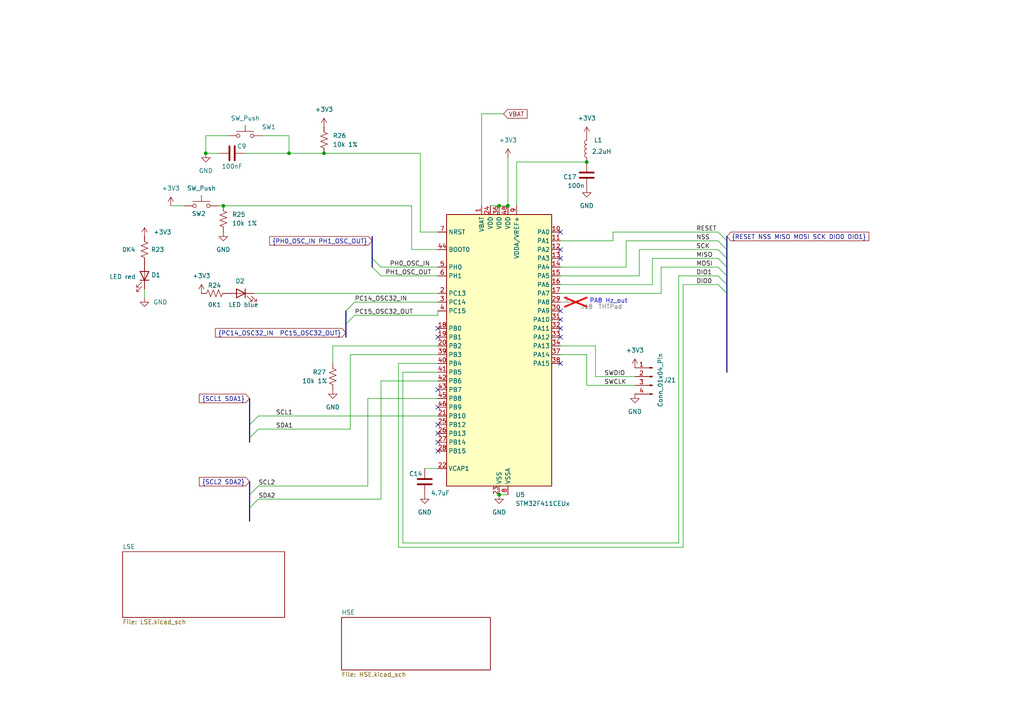
<source format=kicad_sch>
(kicad_sch (version 20250114) (generator "eeschema") (generator_version "9.0")
  (paper "A4")
  (title_block (title "ADCs for 10K thermistors") (date "2025-01-07") (rev "v0.1.1"))
  (lib_symbols
    (symbol "ProjectLib:C" (pin_numbers (hide yes)) (pin_names (offset 0.254))
      (property "Reference" "C" (at 0.635 2.54 0))
      (property "Value" "C" (at 0.635 -2.54 0))
      (symbol "C_0_1"
        (polyline (pts (xy -2.032 0.762) (xy 2.032 0.762)) (stroke (width 0.508)))
        (polyline (pts (xy -2.032 -0.762) (xy 2.032 -0.762)) (stroke (width 0.508)))
      )
      (symbol "C_1_1"
        (pin passive line (at 0 3.81 270) (length 2.794) (name "~") (number "1"))
        (pin passive line (at 0 -3.81 90) (length 2.794) (name "~") (number "2"))
      )
    )
    (symbol "ProjectLib:Conn_01x01_Socket" (pin_names (offset 1.016) (hide yes))
      (property "Reference" "J" (at 0 2.54 0))
      (property "Value" "Conn_01x01_Socket" (at 0 -2.54 0))
      (symbol "Conn_01x01_Socket_1_1"
        (polyline (pts (xy -1.27 0) (xy -0.508 0)) (stroke (width 0.1524)))
        (arc (start 0 -0.508) (mid -0.5058 0) (end 0 0.508) (stroke (width 0.1524)))
        (pin passive line (at -5.08 0 0) (length 3.81) (name "Pin_1") (number "1"))
      )
    )
    (symbol "ProjectLib:Conn_01x04_Pin" (pin_names (offset 1.016) (hide yes))
      (property "Reference" "J" (at 0 5.08 0))
      (property "Value" "Conn_01x04_Pin" (at 0 -7.62 0))
      (symbol "Conn_01x04_Pin_1_1"
        (rectangle (start 0.8636 2.667) (end 0 2.413) (stroke (width 0.1524)) (fill (type outline)))
        (rectangle (start 0.8636 0.127) (end 0 -0.127) (stroke (width 0.1524)) (fill (type outline)))
        (rectangle (start 0.8636 -2.413) (end 0 -2.667) (stroke (width 0.1524)) (fill (type outline)))
        (rectangle (start 0.8636 -4.953) (end 0 -5.207) (stroke (width 0.1524)) (fill (type outline)))
        (polyline (pts (xy 1.27 2.54) (xy 0.8636 2.54)) (stroke (width 0.1524)))
        (polyline (pts (xy 1.27 0) (xy 0.8636 0)) (stroke (width 0.1524)))
        (polyline (pts (xy 1.27 -2.54) (xy 0.8636 -2.54)) (stroke (width 0.1524)))
        (polyline (pts (xy 1.27 -5.08) (xy 0.8636 -5.08)) (stroke (width 0.1524)))
        (pin passive line (at 5.08 2.54 180) (length 3.81) (name "Pin_1") (number "1"))
        (pin passive line (at 5.08 0 180) (length 3.81) (name "Pin_2") (number "2"))
        (pin passive line (at 5.08 -2.54 180) (length 3.81) (name "Pin_3") (number "3"))
        (pin passive line (at 5.08 -5.08 180) (length 3.81) (name "Pin_4") (number "4"))
      )
    )
    (symbol "ProjectLib:L" (pin_numbers (hide yes)) (pin_names (offset 1.016) (hide yes))
      (property "Reference" "L" (at -1.27 0 90))
      (property "Value" "L" (at 1.905 0 90))
      (symbol "L_0_1"
        (arc (start 0 2.54) (mid 0.6323 1.905) (end 0 1.27))
        (arc (start 0 1.27) (mid 0.6323 0.635) (end 0 0))
        (arc (start 0 0) (mid 0.6323 -0.635) (end 0 -1.27))
        (arc (start 0 -1.27) (mid 0.6323 -1.905) (end 0 -2.54))
      )
      (symbol "L_1_1"
        (pin passive line (at 0 3.81 270) (length 1.27) (name "1") (number "1"))
        (pin passive line (at 0 -3.81 90) (length 1.27) (name "2") (number "2"))
      )
    )
    (symbol "ProjectLib:LED" (pin_numbers (hide yes)) (pin_names (offset 1.016) (hide yes))
      (property "Reference" "D" (at 0 2.54 0))
      (property "Value" "LED" (at 0 -2.54 0))
      (symbol "LED_0_1"
        (polyline (pts (xy -3.048 -0.762) (xy -4.572 -2.286) (xy -3.81 -2.286) (xy -4.572 -2.286) (xy -4.572 -1.524)))
        (polyline (pts (xy -1.778 -0.762) (xy -3.302 -2.286) (xy -2.54 -2.286) (xy -3.302 -2.286) (xy -3.302 -1.524)))
        (polyline (pts (xy -1.27 0) (xy 1.27 0)))
        (polyline (pts (xy -1.27 -1.27) (xy -1.27 1.27)) (stroke (width 0.254)))
        (polyline (pts (xy 1.27 -1.27) (xy 1.27 1.27) (xy -1.27 0) (xy 1.27 -1.27)) (stroke (width 0.254)))
      )
      (symbol "LED_1_1"
        (pin passive line (at -3.81 0 0) (length 2.54) (name "K") (number "1"))
        (pin passive line (at 3.81 0 180) (length 2.54) (name "A") (number "2"))
      )
    )
    (symbol "ProjectLib:R_US" (pin_numbers (hide yes)) (pin_names (offset 0))
      (property "Reference" "R" (at 2.54 0 90))
      (property "Value" "R_US" (at -2.54 0 90))
      (symbol "R_US_0_1"
        (polyline (pts (xy 0 2.286) (xy 0 2.54)))
        (polyline (pts (xy 0 2.286) (xy 1.016 1.905) (xy 0 1.524) (xy -1.016 1.143) (xy 0 0.762)))
        (polyline (pts (xy 0 0.762) (xy 1.016 0.381) (xy 0 0) (xy -1.016 -0.381) (xy 0 -0.762)))
        (polyline (pts (xy 0 -0.762) (xy 1.016 -1.143) (xy 0 -1.524) (xy -1.016 -1.905) (xy 0 -2.286)))
        (polyline (pts (xy 0 -2.286) (xy 0 -2.54)))
      )
      (symbol "R_US_1_1"
        (pin passive line (at 0 3.81 270) (length 1.27) (name "~") (number "1"))
        (pin passive line (at 0 -3.81 90) (length 1.27) (name "~") (number "2"))
      )
    )
    (symbol "ProjectLib:STM32F411CEUx"
      (property "Reference" "U" (at -15.24 41.91 0))
      (property "Value" "STM32F411CEUx" (at 7.62 41.91 0))
      (symbol "STM32F411CEUx_0_1"
        (rectangle (start -15.24 -38.1) (end 15.24 40.64) (stroke (width 0.254)) (fill (type background)))
      )
      (symbol "STM32F411CEUx_1_1"
        (pin input line (at -17.78 35.56 0) (length 2.54) (name "NRST") (number "7"))
        (pin input line (at -17.78 30.48 0) (length 2.54) (name "BOOT0") (number "44"))
        (pin bidirectional line (at -17.78 25.4 0) (length 2.54) (name "PH0") (number "5"))
        (pin bidirectional line (at -17.78 22.86 0) (length 2.54) (name "PH1") (number "6"))
        (pin bidirectional line (at -17.78 17.78 0) (length 2.54) (name "PC13") (number "2"))
        (pin bidirectional line (at -17.78 15.24 0) (length 2.54) (name "PC14") (number "3"))
        (pin bidirectional line (at -17.78 12.7 0) (length 2.54) (name "PC15") (number "4"))
        (pin bidirectional line (at -17.78 7.62 0) (length 2.54) (name "PB0") (number "18"))
        (pin bidirectional line (at -17.78 5.08 0) (length 2.54) (name "PB1") (number "19"))
        (pin bidirectional line (at -17.78 2.54 0) (length 2.54) (name "PB2") (number "20"))
        (pin bidirectional line (at -17.78 0 0) (length 2.54) (name "PB3") (number "39"))
        (pin bidirectional line (at -17.78 -2.54 0) (length 2.54) (name "PB4") (number "40"))
        (pin bidirectional line (at -17.78 -5.08 0) (length 2.54) (name "PB5") (number "41"))
        (pin bidirectional line (at -17.78 -7.62 0) (length 2.54) (name "PB6") (number "42"))
        (pin bidirectional line (at -17.78 -10.16 0) (length 2.54) (name "PB7") (number "43"))
        (pin bidirectional line (at -17.78 -12.7 0) (length 2.54) (name "PB8") (number "45"))
        (pin bidirectional line (at -17.78 -15.24 0) (length 2.54) (name "PB9") (number "46"))
        (pin bidirectional line (at -17.78 -17.78 0) (length 2.54) (name "PB10") (number "21"))
        (pin bidirectional line (at -17.78 -20.32 0) (length 2.54) (name "PB12") (number "25"))
        (pin bidirectional line (at -17.78 -22.86 0) (length 2.54) (name "PB13") (number "26"))
        (pin bidirectional line (at -17.78 -25.4 0) (length 2.54) (name "PB14") (number "27"))
        (pin bidirectional line (at -17.78 -27.94 0) (length 2.54) (name "PB15") (number "28"))
        (pin power_out line (at -17.78 -33.02 0) (length 2.54) (name "VCAP1") (number "22"))
        (pin power_in line (at -5.08 43.18 270) (length 2.54) (name "VBAT") (number "1"))
        (pin power_in line (at -2.54 43.18 270) (length 2.54) (name "VDD") (number "24"))
        (pin power_in line (at 0 43.18 270) (length 2.54) (name "VDD") (number "36"))
        (pin power_in line (at 0 -40.64 90) (length 2.54) (name "VSS") (number "23"))
        (pin passive line (at 0 -40.64 90) (length 2.54) (hide yes) (name "VSS") (number "35"))
        (pin passive line (at 0 -40.64 90) (length 2.54) (hide yes) (name "VSS") (number "47"))
        (pin passive line (at 0 -40.64 90) (length 2.54) (hide yes) (name "VSS") (number "49"))
        (pin power_in line (at 2.54 43.18 270) (length 2.54) (name "VDD") (number "48"))
        (pin power_in line (at 2.54 -40.64 90) (length 2.54) (name "VSSA") (number "8"))
        (pin input line (at 5.08 43.18 270) (length 2.54) (name "VDDA/VREF+") (number "9"))
        (pin bidirectional line (at 17.78 35.56 180) (length 2.54) (name "PA0") (number "10"))
        (pin bidirectional line (at 17.78 33.02 180) (length 2.54) (name "PA1") (number "11"))
        (pin bidirectional line (at 17.78 30.48 180) (length 2.54) (name "PA2") (number "12"))
        (pin bidirectional line (at 17.78 27.94 180) (length 2.54) (name "PA3") (number "13"))
        (pin bidirectional line (at 17.78 25.4 180) (length 2.54) (name "PA4") (number "14"))
        (pin bidirectional line (at 17.78 22.86 180) (length 2.54) (name "PA5") (number "15"))
        (pin bidirectional line (at 17.78 20.32 180) (length 2.54) (name "PA6") (number "16"))
        (pin bidirectional line (at 17.78 17.78 180) (length 2.54) (name "PA7") (number "17"))
        (pin bidirectional line (at 17.78 15.24 180) (length 2.54) (name "PA8") (number "29"))
        (pin bidirectional line (at 17.78 12.7 180) (length 2.54) (name "PA9") (number "30"))
        (pin bidirectional line (at 17.78 10.16 180) (length 2.54) (name "PA10") (number "31"))
        (pin bidirectional line (at 17.78 7.62 180) (length 2.54) (name "PA11") (number "32"))
        (pin bidirectional line (at 17.78 5.08 180) (length 2.54) (name "PA12") (number "33"))
        (pin bidirectional line (at 17.78 2.54 180) (length 2.54) (name "PA13") (number "34"))
        (pin bidirectional line (at 17.78 0 180) (length 2.54) (name "PA14") (number "37"))
        (pin bidirectional line (at 17.78 -2.54 180) (length 2.54) (name "PA15") (number "38"))
      )
    )
    (symbol "ProjectLib:SW_Push" (pin_numbers (hide yes)) (pin_names (offset 1.016) (hide yes))
      (property "Reference" "SW" (at 1.27 2.54 0))
      (property "Value" "SW_Push" (at 0 -1.524 0))
      (symbol "SW_Push_0_1"
        (circle (center -2.032 0) (radius 0.508))
        (polyline (pts (xy 0 1.27) (xy 0 3.048)))
        (circle (center 2.032 0) (radius 0.508))
        (polyline (pts (xy 2.54 1.27) (xy -2.54 1.27)))
        (pin passive line (at -5.08 0 0) (length 2.54) (name "1") (number "1"))
        (pin passive line (at 5.08 0 180) (length 2.54) (name "2") (number "2"))
      )
    )
    (symbol "power:+3V3" (power) (pin_numbers (hide yes)) (pin_names (offset 0) (hide yes))
      (property "Value" "+3V3" (at 0 3.556 0))
      (symbol "+3V3_0_1"
        (polyline (pts (xy -0.762 1.27) (xy 0 2.54)))
        (polyline (pts (xy 0 2.54) (xy 0.762 1.27)))
        (polyline (pts (xy 0 0) (xy 0 2.54)))
      )
      (symbol "+3V3_1_1"
        (pin power_in line (at 0 0 90) (length 0) (name "~") (number "1"))
      )
    )
    (symbol "power:GND" (power) (pin_numbers (hide yes)) (pin_names (offset 0) (hide yes))
      (property "Value" "GND" (at 0 -3.81 0))
      (symbol "GND_0_1"
        (polyline (pts (xy 0 0) (xy 0 -1.27) (xy 1.27 -1.27) (xy 0 -2.54) (xy -1.27 -1.27) (xy 0 -1.27)))
      )
      (symbol "GND_1_1"
        (pin power_in line (at 0 0 270) (length 0) (name "~") (number "1"))
      )
    )
  )
  (text "PA8 Hz_out" (at 176.53 87.376 0) (effects (font (size 1.27 1.27))))
  (junction (at 170.18 46.99))
  (junction (at 93.98 44.45))
  (junction (at 147.32 59.69))
  (junction (at 59.69 44.45))
  (junction (at 144.78 143.51))
  (junction (at 64.77 59.69))
  (junction (at 83.82 44.45))
  (junction (at 144.78 59.69))
  (no_connect (at 127 128.27))
  (no_connect (at 127 118.11))
  (no_connect (at 162.56 105.41))
  (no_connect (at 162.56 92.71))
  (no_connect (at 127 113.03))
  (no_connect (at 127 95.25))
  (no_connect (at 162.56 95.25))
  (no_connect (at 162.56 74.93))
  (no_connect (at 162.56 90.17))
  (no_connect (at 127 130.81))
  (no_connect (at 127 97.79))
  (no_connect (at 127 123.19))
  (no_connect (at 127 125.73))
  (no_connect (at 162.56 97.79))
  (no_connect (at 162.56 67.31))
  (no_connect (at 162.56 72.39))
  (bus_entry (at 72.39 123.19) (size 2.54 -2.54))
  (bus_entry (at 72.39 127) (size 2.54 -2.54))
  (bus_entry (at 72.39 143.51) (size 2.54 -2.54))
  (bus_entry (at 210.82 82.55) (size -2.54 -2.54))
  (bus_entry (at 100.33 90.17) (size 2.54 -2.54))
  (bus_entry (at 210.82 74.93) (size -2.54 -2.54))
  (bus_entry (at 210.82 72.39) (size -2.54 -2.54))
  (bus_entry (at 210.82 85.09) (size -2.54 -2.54))
  (bus_entry (at 107.95 74.93) (size 2.54 2.54))
  (bus_entry (at 100.33 93.98) (size 2.54 -2.54))
  (bus_entry (at 210.82 77.47) (size -2.54 -2.54))
  (bus_entry (at 210.82 80.01) (size -2.54 -2.54))
  (bus_entry (at 107.95 77.47) (size 2.54 2.54))
  (bus_entry (at 210.82 69.85) (size -2.54 -2.54))
  (bus_entry (at 72.39 147.32) (size 2.54 -2.54))
  (wire (pts (xy 101.6 124.46) (xy 74.93 124.46)))
  (wire (pts (xy 139.7 33.02) (xy 146.05 33.02)))
  (wire (pts (xy 185.42 80.01) (xy 185.42 72.39)))
  (wire (pts (xy 149.86 46.99) (xy 170.18 46.99)))
  (wire (pts (xy 110.49 77.47) (xy 127 77.47)))
  (wire (pts (xy 83.82 44.45) (xy 83.82 39.37)))
  (bus (pts (xy 210.82 74.93) (xy 210.82 77.47)))
  (bus (pts (xy 72.39 115.57) (xy 72.39 123.19)))
  (wire (pts (xy 59.69 39.37) (xy 59.69 44.45)))
  (wire (pts (xy 162.56 82.55) (xy 189.23 82.55)))
  (wire (pts (xy 172.72 109.22) (xy 184.15 109.22)))
  (wire (pts (xy 121.92 44.45) (xy 93.98 44.45)))
  (bus (pts (xy 210.82 72.39) (xy 210.82 74.93)))
  (wire (pts (xy 127 110.49) (xy 110.49 110.49)))
  (bus (pts (xy 210.82 80.01) (xy 210.82 82.55)))
  (wire (pts (xy 196.85 157.48) (xy 196.85 80.01)))
  (bus (pts (xy 100.33 90.17) (xy 100.33 93.98)))
  (wire (pts (xy 162.56 80.01) (xy 185.42 80.01)))
  (wire (pts (xy 102.87 87.63) (xy 127 87.63)))
  (wire (pts (xy 172.72 100.33) (xy 172.72 109.22)))
  (wire (pts (xy 162.56 102.87) (xy 170.18 102.87)))
  (bus (pts (xy 72.39 143.51) (xy 72.39 147.32)))
  (wire (pts (xy 189.23 82.55) (xy 189.23 74.93)))
  (bus (pts (xy 210.82 85.09) (xy 210.82 107.95)))
  (wire (pts (xy 41.91 83.82) (xy 41.91 86.36)))
  (wire (pts (xy 101.6 102.87) (xy 127 102.87)))
  (wire (pts (xy 191.77 85.09) (xy 191.77 77.47)))
  (wire (pts (xy 127 91.44) (xy 127 90.17)))
  (wire (pts (xy 110.49 80.01) (xy 127 80.01)))
  (wire (pts (xy 106.68 115.57) (xy 106.68 140.97)))
  (wire (pts (xy 142.24 59.69) (xy 144.78 59.69)))
  (wire (pts (xy 127 100.33) (xy 96.52 100.33)))
  (wire (pts (xy 162.56 85.09) (xy 191.77 85.09)))
  (wire (pts (xy 116.84 107.95) (xy 116.84 157.48)))
  (wire (pts (xy 162.56 100.33) (xy 172.72 100.33)))
  (wire (pts (xy 121.92 44.45) (xy 121.92 67.31)))
  (wire (pts (xy 74.93 120.65) (xy 127 120.65)))
  (wire (pts (xy 198.12 82.55) (xy 198.12 158.75)))
  (wire (pts (xy 83.82 44.45) (xy 93.98 44.45)))
  (bus (pts (xy 210.82 69.85) (xy 210.82 72.39)))
  (wire (pts (xy 147.32 45.72) (xy 147.32 59.69)))
  (wire (pts (xy 119.38 59.69) (xy 119.38 72.39)))
  (wire (pts (xy 96.52 100.33) (xy 96.52 105.41)))
  (bus (pts (xy 107.95 68.58) (xy 107.95 74.93)))
  (wire (pts (xy 198.12 82.55) (xy 208.28 82.55)))
  (bus (pts (xy 210.82 68.58) (xy 210.82 69.85)))
  (wire (pts (xy 162.56 77.47) (xy 181.61 77.47)))
  (wire (pts (xy 139.7 33.02) (xy 139.7 59.69)))
  (wire (pts (xy 181.61 77.47) (xy 181.61 69.85)))
  (wire (pts (xy 76.2 39.37) (xy 83.82 39.37)))
  (wire (pts (xy 101.6 102.87) (xy 101.6 124.46)))
  (bus (pts (xy 210.82 82.55) (xy 210.82 85.09)))
  (bus (pts (xy 72.39 139.7) (xy 72.39 143.51)))
  (wire (pts (xy 119.38 72.39) (xy 127 72.39)))
  (wire (pts (xy 127 105.41) (xy 115.57 105.41)))
  (wire (pts (xy 170.18 111.76) (xy 184.15 111.76)))
  (wire (pts (xy 191.77 77.47) (xy 208.28 77.47)))
  (wire (pts (xy 170.18 102.87) (xy 170.18 111.76)))
  (bus (pts (xy 72.39 127) (xy 72.39 128.27)))
  (wire (pts (xy 71.12 44.45) (xy 83.82 44.45)))
  (wire (pts (xy 127 115.57) (xy 106.68 115.57)))
  (wire (pts (xy 144.78 59.69) (xy 147.32 59.69)))
  (wire (pts (xy 196.85 80.01) (xy 208.28 80.01)))
  (wire (pts (xy 49.53 59.69) (xy 53.34 59.69)))
  (wire (pts (xy 162.56 69.85) (xy 177.8 69.85)))
  (wire (pts (xy 110.49 110.49) (xy 110.49 144.78)))
  (wire (pts (xy 102.87 91.44) (xy 127 91.44)))
  (wire (pts (xy 116.84 157.48) (xy 196.85 157.48)))
  (bus (pts (xy 72.39 123.19) (xy 72.39 127)))
  (wire (pts (xy 144.78 143.51) (xy 147.32 143.51)))
  (wire (pts (xy 74.93 144.78) (xy 110.49 144.78)))
  (bus (pts (xy 210.82 77.47) (xy 210.82 80.01)))
  (wire (pts (xy 59.69 39.37) (xy 66.04 39.37)))
  (wire (pts (xy 198.12 158.75) (xy 115.57 158.75)))
  (wire (pts (xy 63.5 59.69) (xy 64.77 59.69)))
  (wire (pts (xy 123.19 135.89) (xy 127 135.89)))
  (wire (pts (xy 59.69 44.45) (xy 63.5 44.45)))
  (wire (pts (xy 121.92 67.31) (xy 127 67.31)))
  (wire (pts (xy 115.57 105.41) (xy 115.57 158.75)))
  (wire (pts (xy 181.61 69.85) (xy 208.28 69.85)))
  (bus (pts (xy 72.39 147.32) (xy 72.39 151.13)))
  (wire (pts (xy 185.42 72.39) (xy 208.28 72.39)))
  (wire (pts (xy 189.23 74.93) (xy 208.28 74.93)))
  (wire (pts (xy 74.93 140.97) (xy 106.68 140.97)))
  (bus (pts (xy 100.33 93.98) (xy 100.33 97.79)))
  (wire (pts (xy 127 107.95) (xy 116.84 107.95)))
  (bus (pts (xy 107.95 74.93) (xy 107.95 77.47)))
  (wire (pts (xy 177.8 67.31) (xy 177.8 69.85)))
  (wire (pts (xy 177.8 67.31) (xy 208.28 67.31)))
  (wire (pts (xy 64.77 59.69) (xy 119.38 59.69)))
  (wire (pts (xy 73.66 85.09) (xy 127 85.09)))
  (wire (pts (xy 149.86 46.99) (xy 149.86 59.69)))
  (label "MOSI" (at 201.93 77.47 0))
  (label "SDA2" (at 74.93 144.78 0))
  (label "SDA1" (at 80.01 124.46 0))
  (label "SWCLK" (at 175.26 111.76 0))
  (label "DIO1" (at 201.93 80.01 0))
  (label "NSS" (at 201.93 69.85 0))
  (label "SCL1" (at 80.01 120.65 0))
  (label "RESET" (at 201.93 67.31 0))
  (label "PC15_OSC32_OUT" (at 102.87 91.44 0))
  (label "SWDIO" (at 175.26 109.22 0))
  (label "SCL2" (at 74.93 140.97 0))
  (label "PH1_OSC_OUT" (at 111.76 80.01 0))
  (label "PC14_OSC32_IN" (at 102.87 87.63 0))
  (label "PH0_OSC_IN" (at 113.03 77.47 0))
  (label "MISO" (at 201.93 74.93 0))
  (label "SCK" (at 201.93 72.39 0))
  (label "DIO0" (at 201.93 82.55 0))
  (global_label "{PH0_OSC_IN PH1_OSC_OUT}" (shape input) (at 107.95 69.85 180) (property "Intersheetrefs" "${INTERSHEET_REFS}" (effects (hide yes))))
  (global_label "{SCL2 SDA2}" (shape input) (at 72.39 139.7 180) (property "Intersheetrefs" "${INTERSHEET_REFS}" (effects (hide yes))))
  (global_label "{PC14_OSC32_IN  PC15_OSC32_OUT}" (shape input) (at 100.33 96.52 180) (property "Intersheetrefs" "${INTERSHEET_REFS}" (effects (hide yes))))
  (global_label "VBAT" (shape input) (at 146.05 33.02 0) (property "Intersheetrefs" "${INTERSHEET_REFS}" (effects (hide yes))))
  (global_label "{SCL1 SDA1}" (shape input) (at 72.39 115.57 180) (property "Intersheetrefs" "${INTERSHEET_REFS}" (effects (hide yes))))
  (global_label "{RESET NSS MISO MOSI SCK DIO0 DIO1}" (shape input) (at 210.82 68.58 0) (property "Intersheetrefs" "${INTERSHEET_REFS}" (effects (hide yes))))
  (symbol (lib_id "ProjectLib:R_US") (at 64.77 63.5 0) (unit 1)
    (property "Reference" "R25" (at 67.31 62.2299 0) (effects (justify left)))
    (property "Value" "10k 1%" (at 67.31 64.7699 0) (effects (justify left)))
    (property "Footprint" "ProjectLib:R_0603_1608Metric" (effects (hide yes)))
    (property "Description" "Resistor, US symbol" (effects (hide yes)))
    (property "MountType" "SMT" (effects (hide yes)))
  )
  (symbol (lib_id "power:+3V3") (at 184.15 106.68 0) (unit 1)
    (property "Reference" "#PWR81" (effects (hide yes)))
    (property "Value" "+3V3" (at 184.15 101.6 0))
    (property "Description" "Power symbol creates a global label with name \"+3V3\"" (effects (hide yes)))
  )
  (symbol (lib_id "ProjectLib:Conn_01x01_Socket") (at 167.64 87.63 0) (unit 1) (dnp yes)
    (property "Reference" "J18" (at 168.402 88.9 0) (effects (justify left)))
    (property "Value" "THTPad" (at 173.482 88.9 0) (effects (justify left)))
    (property "Footprint" "ProjectLib:TestPoint_THTPad_D1.0mm_Drill0.5mm" (effects (hide yes)))
    (property "Description" "Generic connector, single row, 01x01, script generated" (effects (hide yes)))
    (property "MountType" "PTH" (effects (hide yes)))
  )
  (symbol (lib_id "power:+3V3") (at 170.18 39.37 0) (unit 1)
    (property "Reference" "#PWR86" (effects (hide yes)))
    (property "Value" "+3V3" (at 170.18 34.29 0))
    (property "Description" "Power symbol creates a global label with name \"+3V3\"" (effects (hide yes)))
  )
  (symbol (lib_id "power:GND") (at 64.77 67.31 0) (unit 1)
    (property "Reference" "#PWR92" (effects (hide yes)))
    (property "Value" "GND" (at 64.77 72.39 0))
    (property "Description" "Power symbol creates a global label with name \"GND\" , ground" (effects (hide yes)))
  )
  (symbol (lib_id "power:GND") (at 96.52 113.03 0) (unit 1)
    (property "Reference" "#PWR97" (effects (hide yes)))
    (property "Value" "GND" (at 96.52 118.11 0))
    (property "Description" "Power symbol creates a global label with name \"GND\" , ground" (effects (hide yes)))
  )
  (symbol (lib_id "ProjectLib:Conn_01x04_Pin") (at 189.23 109.22 0) (mirror y) (unit 1)
    (property "Reference" "J21" (at 196.088 110.236 0) (effects (justify left)))
    (property "Value" "Conn_01x04_Pin" (at 191.516 118.11 90) (effects (justify left)))
    (property "Footprint" "ProjectLib:JST_XH_B4B-XH-A_1x04_P2.50mm_Vertical" (effects (hide yes)))
    (property "Description" "Generic connector, single row, 01x04, script generated" (effects (hide yes)))
    (property "MountType" "PTH" (effects (hide yes)))
  )
  (symbol (lib_id "power:+3V3") (at 49.53 59.69 0) (unit 1)
    (property "Reference" "#PWR84" (effects (hide yes)))
    (property "Value" "+3V3" (at 49.53 54.61 0))
    (property "Description" "Power symbol creates a global label with name \"+3V3\"" (effects (hide yes)))
  )
  (symbol (lib_id "ProjectLib:C") (at 123.19 139.7 0) (unit 1)
    (property "Reference" "C14" (at 118.618 137.414 0) (effects (justify left)))
    (property "Value" "4.7uF" (at 124.968 143.002 0) (effects (justify left)))
    (property "Footprint" "ProjectLib:C_0805_2012Metric" (effects (hide yes)))
    (property "Description" "Unpolarized capacitor" (effects (hide yes)))
    (property "MountType" "SMT" (effects (hide yes)))
  )
  (symbol (lib_id "ProjectLib:LED") (at 69.85 85.09 0) (mirror y) (unit 1)
    (property "Reference" "D2" (at 69.596 81.534 0))
    (property "Value" "LED blue" (at 70.612 88.392 0))
    (property "Footprint" "ProjectLib:LED_0603_1608Metric" (effects (hide yes)))
    (property "Description" "Light emitting diode" (effects (hide yes)))
    (property "Manufacturer" "Yongyu Photoelectric" (effects (hide yes)))
    (property "MfgPart" "yy0603bl-nn1s0-t2ar4" (effects (hide yes)))
    (property "MountType" "SMT" (effects (hide yes)))
    (property "Notes" "or equivalent" (effects (hide yes)))
  )
  (symbol (lib_id "power:GND") (at 59.69 44.45 0) (unit 1)
    (property "Reference" "#PWR83" (effects (hide yes)))
    (property "Value" "GND" (at 59.69 49.53 0))
    (property "Description" "Power symbol creates a global label with name \"GND\" , ground" (effects (hide yes)))
  )
  (symbol (lib_id "ProjectLib:R_US") (at 96.52 109.22 0) (unit 1)
    (property "Reference" "R27" (at 90.678 107.95 0) (effects (justify left)))
    (property "Value" "10k 1%" (at 87.63 110.49 0) (effects (justify left)))
    (property "Footprint" "ProjectLib:R_0603_1608Metric" (effects (hide yes)))
    (property "Description" "Resistor, US symbol" (effects (hide yes)))
    (property "MountType" "SMT" (effects (hide yes)))
  )
  (symbol (lib_id "power:GND") (at 170.18 54.61 0) (unit 1)
    (property "Reference" "#PWR87" (effects (hide yes)))
    (property "Value" "GND" (at 170.18 59.69 0))
    (property "Description" "Power symbol creates a global label with name \"GND\" , ground" (effects (hide yes)))
  )
  (symbol (lib_id "ProjectLib:C") (at 67.31 44.45 90) (unit 1)
    (property "Reference" "C9" (at 70.104 42.418 90))
    (property "Value" "100nF" (at 67.31 48.26 90))
    (property "Footprint" "ProjectLib:C_0805_2012Metric" (effects (hide yes)))
    (property "Description" "Unpolarized capacitor" (effects (hide yes)))
    (property "MountType" "SMT" (effects (hide yes)))
  )
  (symbol (lib_id "ProjectLib:SW_Push") (at 58.42 59.69 0) (unit 1)
    (property "Reference" "SW2" (at 57.658 61.976 0))
    (property "Value" "SW_Push" (at 58.42 54.61 0))
    (property "Footprint" "ProjectLib:SW_SPST_B3U-1000P" (effects (hide yes)))
    (property "Description" "Push button switch, generic, two pins" (effects (hide yes)))
    (property "MountType" "SMT" (effects (hide yes)))
    (property "Manufacturer" "Omron" (effects (hide yes)))
    (property "MfgPart" "B3U-1000P" (effects (hide yes)))
  )
  (symbol (lib_id "ProjectLib:C") (at 170.18 50.8 0) (unit 1)
    (property "Reference" "C17" (at 163.322 51.308 0) (effects (justify left)))
    (property "Value" "100n" (at 164.592 53.848 0) (effects (justify left)))
    (property "Footprint" "ProjectLib:C_0805_2012Metric" (effects (hide yes)))
    (property "Description" "Unpolarized capacitor" (effects (hide yes)))
    (property "MountType" "SMT" (effects (hide yes)))
  )
  (symbol (lib_id "ProjectLib:SW_Push") (at 71.12 39.37 0) (unit 1)
    (property "Reference" "SW1" (at 77.978 36.83 0))
    (property "Value" "SW_Push" (at 71.12 34.29 0))
    (property "Footprint" "ProjectLib:SW_SPST_B3U-1000P" (effects (hide yes)))
    (property "Description" "Push button switch, generic, two pins" (effects (hide yes)))
    (property "MountType" "SMT" (effects (hide yes)))
    (property "Manufacturer" "Omron" (effects (hide yes)))
    (property "MfgPart" "B3U-1000P" (effects (hide yes)))
  )
  (symbol (lib_id "ProjectLib:STM32F411CEUx") (at 144.78 102.87 0) (unit 1)
    (property "Reference" "U5" (at 149.5141 143.51 0) (effects (justify left)))
    (property "Value" "STM32F411CEUx" (at 149.5141 146.05 0) (effects (justify left)))
    (property "Footprint" "Package_DFN_QFN:QFN-48-1EP_7x7mm_P0.5mm_EP5.6x5.6mm" (effects (hide yes)))
    (property "Datasheet" "https://www.st.com/resource/en/datasheet/stm32f411ce.pdf" (effects (hide yes)))
    (property "Description" "STMicroelectronics Arm Cortex-M4 MCU, 512KB flash, 128KB RAM, 100 MHz, 1.7-3.6V, 36 GPIO, UFQFPN48" (effects (hide yes)))
  )
  (symbol (lib_id "power:+3V3") (at 147.32 45.72 0) (unit 1)
    (property "Reference" "#PWR88" (effects (hide yes)))
    (property "Value" "+3V3" (at 147.32 40.64 0))
    (property "Description" "Power symbol creates a global label with name \"+3V3\"" (effects (hide yes)))
  )
  (symbol (lib_id "power:+3V3") (at 41.91 68.58 0) (unit 1)
    (property "Reference" "#PWR89" (effects (hide yes)))
    (property "Value" "+3V3" (at 44.45 67.3099 0) (effects (justify left)))
    (property "Description" "Power symbol creates a global label with name \"+3V3\"" (effects (hide yes)))
  )
  (symbol (lib_id "ProjectLib:L") (at 170.18 43.18 180) (unit 1)
    (property "Reference" "L1" (at 173.482 40.64 0))
    (property "Value" "2.2uH" (at 174.498 43.942 0))
    (property "Footprint" "ProjectLib:L_TDK_MLZ1608" (effects (hide yes)))
    (property "Description" "Inductor" (effects (hide yes)))
    (property "MountType" "SMT" (effects (hide yes)))
    (property "Manufacturer" "TDK" (effects (hide yes)))
    (property "MfgPart" "MLZ1608N2R2LT000" (effects (hide yes)))
    (property "Notes" "or equivalent" (effects (hide yes)))
  )
  (symbol (lib_id "power:+3V3") (at 93.98 36.83 0) (unit 1)
    (property "Reference" "#PWR85" (effects (hide yes)))
    (property "Value" "+3V3" (at 93.98 31.75 0))
    (property "Description" "Power symbol creates a global label with name \"+3V3\"" (effects (hide yes)))
  )
  (symbol (lib_id "power:GND") (at 144.78 143.51 0) (unit 1)
    (property "Reference" "#PWR80" (effects (hide yes)))
    (property "Value" "GND" (at 144.78 148.59 0))
    (property "Description" "Power symbol creates a global label with name \"GND\" , ground" (effects (hide yes)))
  )
  (symbol (lib_id "power:GND") (at 184.15 114.3 0) (unit 1)
    (property "Reference" "#PWR82" (effects (hide yes)))
    (property "Value" "GND" (at 184.15 119.38 0))
    (property "Description" "Power symbol creates a global label with name \"GND\" , ground" (effects (hide yes)))
  )
  (symbol (lib_id "ProjectLib:LED") (at 41.91 80.01 270) (mirror x) (unit 1)
    (property "Reference" "D1" (at 45.212 79.756 90))
    (property "Value" "LED red" (at 35.56 80.264 90))
    (property "Footprint" "ProjectLib:LED_0603_1608Metric" (effects (hide yes)))
    (property "Description" "Light emitting diode" (effects (hide yes)))
    (property "Manufacturer" "Yongyu Photoelectric" (effects (hide yes)))
    (property "MfgPart" "yy0603re-nn1s0-t2ar4" (effects (hide yes)))
    (property "MountType" "SMT" (effects (hide yes)))
    (property "Notes" "or equivalent" (effects (hide yes)))
  )
  (symbol (lib_id "power:+3V3") (at 58.42 85.09 0) (unit 1)
    (property "Reference" "#PWR91" (effects (hide yes)))
    (property "Value" "+3V3" (at 58.42 80.01 0))
    (property "Description" "Power symbol creates a global label with name \"+3V3\"" (effects (hide yes)))
  )
  (symbol (lib_id "ProjectLib:R_US") (at 93.98 40.64 0) (unit 1)
    (property "Reference" "R26" (at 96.52 39.3699 0) (effects (justify left)))
    (property "Value" "10k 1%" (at 96.52 41.9099 0) (effects (justify left)))
    (property "Footprint" "ProjectLib:R_0603_1608Metric" (effects (hide yes)))
    (property "Description" "Resistor, US symbol" (effects (hide yes)))
    (property "MountType" "SMT" (effects (hide yes)))
  )
  (symbol (lib_id "power:GND") (at 41.91 86.36 0) (unit 1)
    (property "Reference" "#PWR90" (effects (hide yes)))
    (property "Value" "GND" (at 44.45 87.6299 0) (effects (justify left)))
    (property "Description" "Power symbol creates a global label with name \"GND\" , ground" (effects (hide yes)))
  )
  (symbol (lib_id "ProjectLib:R_US") (at 62.23 85.09 90) (unit 1)
    (property "Reference" "R24" (at 62.23 82.804 90))
    (property "Value" "0K1" (at 62.23 88.392 90))
    (property "Footprint" "ProjectLib:R_0603_1608Metric" (effects (hide yes)))
    (property "Description" "Resistor, US symbol" (effects (hide yes)))
    (property "MountType" "SMT" (effects (hide yes)))
  )
  (symbol (lib_id "ProjectLib:R_US") (at 41.91 72.39 0) (unit 1)
    (property "Reference" "R23" (at 45.72 72.39 0))
    (property "Value" "0K4" (at 37.338 72.39 0))
    (property "Footprint" "ProjectLib:R_0603_1608Metric" (effects (hide yes)))
    (property "Description" "Resistor, US symbol" (effects (hide yes)))
    (property "MountType" "SMT" (effects (hide yes)))
  )
  (symbol (lib_id "power:GND") (at 123.19 143.51 0) (unit 1)
    (property "Reference" "#PWR79" (effects (hide yes)))
    (property "Value" "GND" (at 123.19 148.59 0))
    (property "Description" "Power symbol creates a global label with name \"GND\" , ground" (effects (hide yes)))
  )
  (sheet (at 99.06 179.07) (size 43.18 15.24) (stroke (width 0.1524))
    (property "Sheetname" "HSE" (at 99.06 178.3584 0) (effects (justify left bottom)))
    (property "Sheetfile" "HSE.kicad_sch" (at 99.06 194.8946 0) (effects (justify left top)))
  )
  (sheet (at 35.56 160.02) (size 46.99 19.05) (stroke (width 0.1524))
    (property "Sheetname" "LSE" (at 35.56 159.3084 0) (effects (justify left bottom)))
    (property "Sheetfile" "LSE.kicad_sch" (at 35.56 179.6546 0) (effects (justify left top)))
  )
)
</source>
